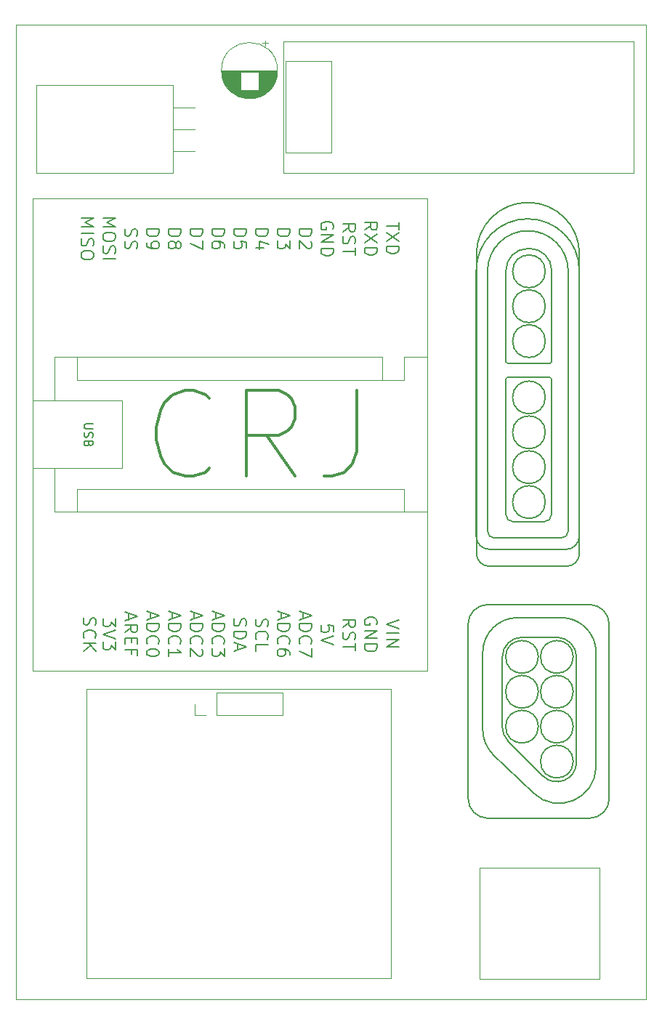
<source format=gbr>
%TF.GenerationSoftware,KiCad,Pcbnew,8.0.2*%
%TF.CreationDate,2024-05-14T18:50:47+02:00*%
%TF.ProjectId,5v radio,35762072-6164-4696-9f2e-6b696361645f,rev?*%
%TF.SameCoordinates,Original*%
%TF.FileFunction,Legend,Top*%
%TF.FilePolarity,Positive*%
%FSLAX46Y46*%
G04 Gerber Fmt 4.6, Leading zero omitted, Abs format (unit mm)*
G04 Created by KiCad (PCBNEW 8.0.2) date 2024-05-14 18:50:47*
%MOMM*%
%LPD*%
G01*
G04 APERTURE LIST*
%ADD10C,0.100000*%
%ADD11C,0.300000*%
%ADD12C,0.150000*%
%ADD13C,0.120000*%
%ADD14C,0.203200*%
%ADD15C,0.127000*%
G04 APERTURE END LIST*
D10*
X98806000Y-27178000D02*
X172212000Y-27178000D01*
X172212000Y-140716000D01*
X98806000Y-140716000D01*
X98806000Y-27178000D01*
D11*
X121322606Y-78834209D02*
X120846415Y-79310400D01*
X120846415Y-79310400D02*
X119417844Y-79786590D01*
X119417844Y-79786590D02*
X118465463Y-79786590D01*
X118465463Y-79786590D02*
X117036891Y-79310400D01*
X117036891Y-79310400D02*
X116084510Y-78358019D01*
X116084510Y-78358019D02*
X115608320Y-77405638D01*
X115608320Y-77405638D02*
X115132129Y-75500876D01*
X115132129Y-75500876D02*
X115132129Y-74072304D01*
X115132129Y-74072304D02*
X115608320Y-72167542D01*
X115608320Y-72167542D02*
X116084510Y-71215161D01*
X116084510Y-71215161D02*
X117036891Y-70262780D01*
X117036891Y-70262780D02*
X118465463Y-69786590D01*
X118465463Y-69786590D02*
X119417844Y-69786590D01*
X119417844Y-69786590D02*
X120846415Y-70262780D01*
X120846415Y-70262780D02*
X121322606Y-70738971D01*
X131322606Y-79786590D02*
X127989272Y-75024685D01*
X125608320Y-79786590D02*
X125608320Y-69786590D01*
X125608320Y-69786590D02*
X129417844Y-69786590D01*
X129417844Y-69786590D02*
X130370225Y-70262780D01*
X130370225Y-70262780D02*
X130846415Y-70738971D01*
X130846415Y-70738971D02*
X131322606Y-71691352D01*
X131322606Y-71691352D02*
X131322606Y-73119923D01*
X131322606Y-73119923D02*
X130846415Y-74072304D01*
X130846415Y-74072304D02*
X130370225Y-74548495D01*
X130370225Y-74548495D02*
X129417844Y-75024685D01*
X129417844Y-75024685D02*
X125608320Y-75024685D01*
X138465463Y-69786590D02*
X138465463Y-76929447D01*
X138465463Y-76929447D02*
X137989272Y-78358019D01*
X137989272Y-78358019D02*
X137036891Y-79310400D01*
X137036891Y-79310400D02*
X135608320Y-79786590D01*
X135608320Y-79786590D02*
X134655939Y-79786590D01*
D12*
X143423371Y-96563112D02*
X141923371Y-97063112D01*
X141923371Y-97063112D02*
X143423371Y-97563112D01*
X141923371Y-98063111D02*
X143423371Y-98063111D01*
X141923371Y-98777397D02*
X143423371Y-98777397D01*
X143423371Y-98777397D02*
X141923371Y-99634540D01*
X141923371Y-99634540D02*
X143423371Y-99634540D01*
X140811942Y-97063112D02*
X140883371Y-96920255D01*
X140883371Y-96920255D02*
X140883371Y-96705969D01*
X140883371Y-96705969D02*
X140811942Y-96491683D01*
X140811942Y-96491683D02*
X140669085Y-96348826D01*
X140669085Y-96348826D02*
X140526228Y-96277397D01*
X140526228Y-96277397D02*
X140240514Y-96205969D01*
X140240514Y-96205969D02*
X140026228Y-96205969D01*
X140026228Y-96205969D02*
X139740514Y-96277397D01*
X139740514Y-96277397D02*
X139597657Y-96348826D01*
X139597657Y-96348826D02*
X139454800Y-96491683D01*
X139454800Y-96491683D02*
X139383371Y-96705969D01*
X139383371Y-96705969D02*
X139383371Y-96848826D01*
X139383371Y-96848826D02*
X139454800Y-97063112D01*
X139454800Y-97063112D02*
X139526228Y-97134540D01*
X139526228Y-97134540D02*
X140026228Y-97134540D01*
X140026228Y-97134540D02*
X140026228Y-96848826D01*
X139383371Y-97777397D02*
X140883371Y-97777397D01*
X140883371Y-97777397D02*
X139383371Y-98634540D01*
X139383371Y-98634540D02*
X140883371Y-98634540D01*
X139383371Y-99348826D02*
X140883371Y-99348826D01*
X140883371Y-99348826D02*
X140883371Y-99705969D01*
X140883371Y-99705969D02*
X140811942Y-99920255D01*
X140811942Y-99920255D02*
X140669085Y-100063112D01*
X140669085Y-100063112D02*
X140526228Y-100134541D01*
X140526228Y-100134541D02*
X140240514Y-100205969D01*
X140240514Y-100205969D02*
X140026228Y-100205969D01*
X140026228Y-100205969D02*
X139740514Y-100134541D01*
X139740514Y-100134541D02*
X139597657Y-100063112D01*
X139597657Y-100063112D02*
X139454800Y-99920255D01*
X139454800Y-99920255D02*
X139383371Y-99705969D01*
X139383371Y-99705969D02*
X139383371Y-99348826D01*
X122031942Y-95634541D02*
X122031942Y-96348827D01*
X121603371Y-95491684D02*
X123103371Y-95991684D01*
X123103371Y-95991684D02*
X121603371Y-96491684D01*
X121603371Y-96991683D02*
X123103371Y-96991683D01*
X123103371Y-96991683D02*
X123103371Y-97348826D01*
X123103371Y-97348826D02*
X123031942Y-97563112D01*
X123031942Y-97563112D02*
X122889085Y-97705969D01*
X122889085Y-97705969D02*
X122746228Y-97777398D01*
X122746228Y-97777398D02*
X122460514Y-97848826D01*
X122460514Y-97848826D02*
X122246228Y-97848826D01*
X122246228Y-97848826D02*
X121960514Y-97777398D01*
X121960514Y-97777398D02*
X121817657Y-97705969D01*
X121817657Y-97705969D02*
X121674800Y-97563112D01*
X121674800Y-97563112D02*
X121603371Y-97348826D01*
X121603371Y-97348826D02*
X121603371Y-96991683D01*
X121746228Y-99348826D02*
X121674800Y-99277398D01*
X121674800Y-99277398D02*
X121603371Y-99063112D01*
X121603371Y-99063112D02*
X121603371Y-98920255D01*
X121603371Y-98920255D02*
X121674800Y-98705969D01*
X121674800Y-98705969D02*
X121817657Y-98563112D01*
X121817657Y-98563112D02*
X121960514Y-98491683D01*
X121960514Y-98491683D02*
X122246228Y-98420255D01*
X122246228Y-98420255D02*
X122460514Y-98420255D01*
X122460514Y-98420255D02*
X122746228Y-98491683D01*
X122746228Y-98491683D02*
X122889085Y-98563112D01*
X122889085Y-98563112D02*
X123031942Y-98705969D01*
X123031942Y-98705969D02*
X123103371Y-98920255D01*
X123103371Y-98920255D02*
X123103371Y-99063112D01*
X123103371Y-99063112D02*
X123031942Y-99277398D01*
X123031942Y-99277398D02*
X122960514Y-99348826D01*
X123103371Y-99848826D02*
X123103371Y-100777398D01*
X123103371Y-100777398D02*
X122531942Y-100277398D01*
X122531942Y-100277398D02*
X122531942Y-100491683D01*
X122531942Y-100491683D02*
X122460514Y-100634541D01*
X122460514Y-100634541D02*
X122389085Y-100705969D01*
X122389085Y-100705969D02*
X122246228Y-100777398D01*
X122246228Y-100777398D02*
X121889085Y-100777398D01*
X121889085Y-100777398D02*
X121746228Y-100705969D01*
X121746228Y-100705969D02*
X121674800Y-100634541D01*
X121674800Y-100634541D02*
X121603371Y-100491683D01*
X121603371Y-100491683D02*
X121603371Y-100063112D01*
X121603371Y-100063112D02*
X121674800Y-99920255D01*
X121674800Y-99920255D02*
X121746228Y-99848826D01*
X129223371Y-51001969D02*
X130723371Y-51001969D01*
X130723371Y-51001969D02*
X130723371Y-51359112D01*
X130723371Y-51359112D02*
X130651942Y-51573398D01*
X130651942Y-51573398D02*
X130509085Y-51716255D01*
X130509085Y-51716255D02*
X130366228Y-51787684D01*
X130366228Y-51787684D02*
X130080514Y-51859112D01*
X130080514Y-51859112D02*
X129866228Y-51859112D01*
X129866228Y-51859112D02*
X129580514Y-51787684D01*
X129580514Y-51787684D02*
X129437657Y-51716255D01*
X129437657Y-51716255D02*
X129294800Y-51573398D01*
X129294800Y-51573398D02*
X129223371Y-51359112D01*
X129223371Y-51359112D02*
X129223371Y-51001969D01*
X130723371Y-52359112D02*
X130723371Y-53287684D01*
X130723371Y-53287684D02*
X130151942Y-52787684D01*
X130151942Y-52787684D02*
X130151942Y-53001969D01*
X130151942Y-53001969D02*
X130080514Y-53144827D01*
X130080514Y-53144827D02*
X130009085Y-53216255D01*
X130009085Y-53216255D02*
X129866228Y-53287684D01*
X129866228Y-53287684D02*
X129509085Y-53287684D01*
X129509085Y-53287684D02*
X129366228Y-53216255D01*
X129366228Y-53216255D02*
X129294800Y-53144827D01*
X129294800Y-53144827D02*
X129223371Y-53001969D01*
X129223371Y-53001969D02*
X129223371Y-52573398D01*
X129223371Y-52573398D02*
X129294800Y-52430541D01*
X129294800Y-52430541D02*
X129366228Y-52359112D01*
X136843371Y-97384540D02*
X137557657Y-96884540D01*
X136843371Y-96527397D02*
X138343371Y-96527397D01*
X138343371Y-96527397D02*
X138343371Y-97098826D01*
X138343371Y-97098826D02*
X138271942Y-97241683D01*
X138271942Y-97241683D02*
X138200514Y-97313112D01*
X138200514Y-97313112D02*
X138057657Y-97384540D01*
X138057657Y-97384540D02*
X137843371Y-97384540D01*
X137843371Y-97384540D02*
X137700514Y-97313112D01*
X137700514Y-97313112D02*
X137629085Y-97241683D01*
X137629085Y-97241683D02*
X137557657Y-97098826D01*
X137557657Y-97098826D02*
X137557657Y-96527397D01*
X136914800Y-97955969D02*
X136843371Y-98170255D01*
X136843371Y-98170255D02*
X136843371Y-98527397D01*
X136843371Y-98527397D02*
X136914800Y-98670255D01*
X136914800Y-98670255D02*
X136986228Y-98741683D01*
X136986228Y-98741683D02*
X137129085Y-98813112D01*
X137129085Y-98813112D02*
X137271942Y-98813112D01*
X137271942Y-98813112D02*
X137414800Y-98741683D01*
X137414800Y-98741683D02*
X137486228Y-98670255D01*
X137486228Y-98670255D02*
X137557657Y-98527397D01*
X137557657Y-98527397D02*
X137629085Y-98241683D01*
X137629085Y-98241683D02*
X137700514Y-98098826D01*
X137700514Y-98098826D02*
X137771942Y-98027397D01*
X137771942Y-98027397D02*
X137914800Y-97955969D01*
X137914800Y-97955969D02*
X138057657Y-97955969D01*
X138057657Y-97955969D02*
X138200514Y-98027397D01*
X138200514Y-98027397D02*
X138271942Y-98098826D01*
X138271942Y-98098826D02*
X138343371Y-98241683D01*
X138343371Y-98241683D02*
X138343371Y-98598826D01*
X138343371Y-98598826D02*
X138271942Y-98813112D01*
X138343371Y-99241683D02*
X138343371Y-100098826D01*
X136843371Y-99670254D02*
X138343371Y-99670254D01*
X114411942Y-95634541D02*
X114411942Y-96348827D01*
X113983371Y-95491684D02*
X115483371Y-95991684D01*
X115483371Y-95991684D02*
X113983371Y-96491684D01*
X113983371Y-96991683D02*
X115483371Y-96991683D01*
X115483371Y-96991683D02*
X115483371Y-97348826D01*
X115483371Y-97348826D02*
X115411942Y-97563112D01*
X115411942Y-97563112D02*
X115269085Y-97705969D01*
X115269085Y-97705969D02*
X115126228Y-97777398D01*
X115126228Y-97777398D02*
X114840514Y-97848826D01*
X114840514Y-97848826D02*
X114626228Y-97848826D01*
X114626228Y-97848826D02*
X114340514Y-97777398D01*
X114340514Y-97777398D02*
X114197657Y-97705969D01*
X114197657Y-97705969D02*
X114054800Y-97563112D01*
X114054800Y-97563112D02*
X113983371Y-97348826D01*
X113983371Y-97348826D02*
X113983371Y-96991683D01*
X114126228Y-99348826D02*
X114054800Y-99277398D01*
X114054800Y-99277398D02*
X113983371Y-99063112D01*
X113983371Y-99063112D02*
X113983371Y-98920255D01*
X113983371Y-98920255D02*
X114054800Y-98705969D01*
X114054800Y-98705969D02*
X114197657Y-98563112D01*
X114197657Y-98563112D02*
X114340514Y-98491683D01*
X114340514Y-98491683D02*
X114626228Y-98420255D01*
X114626228Y-98420255D02*
X114840514Y-98420255D01*
X114840514Y-98420255D02*
X115126228Y-98491683D01*
X115126228Y-98491683D02*
X115269085Y-98563112D01*
X115269085Y-98563112D02*
X115411942Y-98705969D01*
X115411942Y-98705969D02*
X115483371Y-98920255D01*
X115483371Y-98920255D02*
X115483371Y-99063112D01*
X115483371Y-99063112D02*
X115411942Y-99277398D01*
X115411942Y-99277398D02*
X115340514Y-99348826D01*
X115483371Y-100277398D02*
X115483371Y-100420255D01*
X115483371Y-100420255D02*
X115411942Y-100563112D01*
X115411942Y-100563112D02*
X115340514Y-100634541D01*
X115340514Y-100634541D02*
X115197657Y-100705969D01*
X115197657Y-100705969D02*
X114911942Y-100777398D01*
X114911942Y-100777398D02*
X114554800Y-100777398D01*
X114554800Y-100777398D02*
X114269085Y-100705969D01*
X114269085Y-100705969D02*
X114126228Y-100634541D01*
X114126228Y-100634541D02*
X114054800Y-100563112D01*
X114054800Y-100563112D02*
X113983371Y-100420255D01*
X113983371Y-100420255D02*
X113983371Y-100277398D01*
X113983371Y-100277398D02*
X114054800Y-100134541D01*
X114054800Y-100134541D02*
X114126228Y-100063112D01*
X114126228Y-100063112D02*
X114269085Y-99991683D01*
X114269085Y-99991683D02*
X114554800Y-99920255D01*
X114554800Y-99920255D02*
X114911942Y-99920255D01*
X114911942Y-99920255D02*
X115197657Y-99991683D01*
X115197657Y-99991683D02*
X115340514Y-100063112D01*
X115340514Y-100063112D02*
X115411942Y-100134541D01*
X115411942Y-100134541D02*
X115483371Y-100277398D01*
X143423371Y-50216255D02*
X143423371Y-51073398D01*
X141923371Y-50644826D02*
X143423371Y-50644826D01*
X143423371Y-51430540D02*
X141923371Y-52430540D01*
X143423371Y-52430540D02*
X141923371Y-51430540D01*
X141923371Y-53001968D02*
X143423371Y-53001968D01*
X143423371Y-53001968D02*
X143423371Y-53359111D01*
X143423371Y-53359111D02*
X143351942Y-53573397D01*
X143351942Y-53573397D02*
X143209085Y-53716254D01*
X143209085Y-53716254D02*
X143066228Y-53787683D01*
X143066228Y-53787683D02*
X142780514Y-53859111D01*
X142780514Y-53859111D02*
X142566228Y-53859111D01*
X142566228Y-53859111D02*
X142280514Y-53787683D01*
X142280514Y-53787683D02*
X142137657Y-53716254D01*
X142137657Y-53716254D02*
X141994800Y-53573397D01*
X141994800Y-53573397D02*
X141923371Y-53359111D01*
X141923371Y-53359111D02*
X141923371Y-53001968D01*
X106688800Y-96277398D02*
X106617371Y-96491684D01*
X106617371Y-96491684D02*
X106617371Y-96848826D01*
X106617371Y-96848826D02*
X106688800Y-96991684D01*
X106688800Y-96991684D02*
X106760228Y-97063112D01*
X106760228Y-97063112D02*
X106903085Y-97134541D01*
X106903085Y-97134541D02*
X107045942Y-97134541D01*
X107045942Y-97134541D02*
X107188800Y-97063112D01*
X107188800Y-97063112D02*
X107260228Y-96991684D01*
X107260228Y-96991684D02*
X107331657Y-96848826D01*
X107331657Y-96848826D02*
X107403085Y-96563112D01*
X107403085Y-96563112D02*
X107474514Y-96420255D01*
X107474514Y-96420255D02*
X107545942Y-96348826D01*
X107545942Y-96348826D02*
X107688800Y-96277398D01*
X107688800Y-96277398D02*
X107831657Y-96277398D01*
X107831657Y-96277398D02*
X107974514Y-96348826D01*
X107974514Y-96348826D02*
X108045942Y-96420255D01*
X108045942Y-96420255D02*
X108117371Y-96563112D01*
X108117371Y-96563112D02*
X108117371Y-96920255D01*
X108117371Y-96920255D02*
X108045942Y-97134541D01*
X106760228Y-98634540D02*
X106688800Y-98563112D01*
X106688800Y-98563112D02*
X106617371Y-98348826D01*
X106617371Y-98348826D02*
X106617371Y-98205969D01*
X106617371Y-98205969D02*
X106688800Y-97991683D01*
X106688800Y-97991683D02*
X106831657Y-97848826D01*
X106831657Y-97848826D02*
X106974514Y-97777397D01*
X106974514Y-97777397D02*
X107260228Y-97705969D01*
X107260228Y-97705969D02*
X107474514Y-97705969D01*
X107474514Y-97705969D02*
X107760228Y-97777397D01*
X107760228Y-97777397D02*
X107903085Y-97848826D01*
X107903085Y-97848826D02*
X108045942Y-97991683D01*
X108045942Y-97991683D02*
X108117371Y-98205969D01*
X108117371Y-98205969D02*
X108117371Y-98348826D01*
X108117371Y-98348826D02*
X108045942Y-98563112D01*
X108045942Y-98563112D02*
X107974514Y-98634540D01*
X106617371Y-99277397D02*
X108117371Y-99277397D01*
X106617371Y-100134540D02*
X107474514Y-99491683D01*
X108117371Y-100134540D02*
X107260228Y-99277397D01*
X126683371Y-51001969D02*
X128183371Y-51001969D01*
X128183371Y-51001969D02*
X128183371Y-51359112D01*
X128183371Y-51359112D02*
X128111942Y-51573398D01*
X128111942Y-51573398D02*
X127969085Y-51716255D01*
X127969085Y-51716255D02*
X127826228Y-51787684D01*
X127826228Y-51787684D02*
X127540514Y-51859112D01*
X127540514Y-51859112D02*
X127326228Y-51859112D01*
X127326228Y-51859112D02*
X127040514Y-51787684D01*
X127040514Y-51787684D02*
X126897657Y-51716255D01*
X126897657Y-51716255D02*
X126754800Y-51573398D01*
X126754800Y-51573398D02*
X126683371Y-51359112D01*
X126683371Y-51359112D02*
X126683371Y-51001969D01*
X127683371Y-53144827D02*
X126683371Y-53144827D01*
X128254800Y-52787684D02*
X127183371Y-52430541D01*
X127183371Y-52430541D02*
X127183371Y-53359112D01*
X126754800Y-96420255D02*
X126683371Y-96634541D01*
X126683371Y-96634541D02*
X126683371Y-96991683D01*
X126683371Y-96991683D02*
X126754800Y-97134541D01*
X126754800Y-97134541D02*
X126826228Y-97205969D01*
X126826228Y-97205969D02*
X126969085Y-97277398D01*
X126969085Y-97277398D02*
X127111942Y-97277398D01*
X127111942Y-97277398D02*
X127254800Y-97205969D01*
X127254800Y-97205969D02*
X127326228Y-97134541D01*
X127326228Y-97134541D02*
X127397657Y-96991683D01*
X127397657Y-96991683D02*
X127469085Y-96705969D01*
X127469085Y-96705969D02*
X127540514Y-96563112D01*
X127540514Y-96563112D02*
X127611942Y-96491683D01*
X127611942Y-96491683D02*
X127754800Y-96420255D01*
X127754800Y-96420255D02*
X127897657Y-96420255D01*
X127897657Y-96420255D02*
X128040514Y-96491683D01*
X128040514Y-96491683D02*
X128111942Y-96563112D01*
X128111942Y-96563112D02*
X128183371Y-96705969D01*
X128183371Y-96705969D02*
X128183371Y-97063112D01*
X128183371Y-97063112D02*
X128111942Y-97277398D01*
X126826228Y-98777397D02*
X126754800Y-98705969D01*
X126754800Y-98705969D02*
X126683371Y-98491683D01*
X126683371Y-98491683D02*
X126683371Y-98348826D01*
X126683371Y-98348826D02*
X126754800Y-98134540D01*
X126754800Y-98134540D02*
X126897657Y-97991683D01*
X126897657Y-97991683D02*
X127040514Y-97920254D01*
X127040514Y-97920254D02*
X127326228Y-97848826D01*
X127326228Y-97848826D02*
X127540514Y-97848826D01*
X127540514Y-97848826D02*
X127826228Y-97920254D01*
X127826228Y-97920254D02*
X127969085Y-97991683D01*
X127969085Y-97991683D02*
X128111942Y-98134540D01*
X128111942Y-98134540D02*
X128183371Y-98348826D01*
X128183371Y-98348826D02*
X128183371Y-98491683D01*
X128183371Y-98491683D02*
X128111942Y-98705969D01*
X128111942Y-98705969D02*
X128040514Y-98777397D01*
X126683371Y-100134540D02*
X126683371Y-99420254D01*
X126683371Y-99420254D02*
X128183371Y-99420254D01*
X124214800Y-96384541D02*
X124143371Y-96598827D01*
X124143371Y-96598827D02*
X124143371Y-96955969D01*
X124143371Y-96955969D02*
X124214800Y-97098827D01*
X124214800Y-97098827D02*
X124286228Y-97170255D01*
X124286228Y-97170255D02*
X124429085Y-97241684D01*
X124429085Y-97241684D02*
X124571942Y-97241684D01*
X124571942Y-97241684D02*
X124714800Y-97170255D01*
X124714800Y-97170255D02*
X124786228Y-97098827D01*
X124786228Y-97098827D02*
X124857657Y-96955969D01*
X124857657Y-96955969D02*
X124929085Y-96670255D01*
X124929085Y-96670255D02*
X125000514Y-96527398D01*
X125000514Y-96527398D02*
X125071942Y-96455969D01*
X125071942Y-96455969D02*
X125214800Y-96384541D01*
X125214800Y-96384541D02*
X125357657Y-96384541D01*
X125357657Y-96384541D02*
X125500514Y-96455969D01*
X125500514Y-96455969D02*
X125571942Y-96527398D01*
X125571942Y-96527398D02*
X125643371Y-96670255D01*
X125643371Y-96670255D02*
X125643371Y-97027398D01*
X125643371Y-97027398D02*
X125571942Y-97241684D01*
X124143371Y-97884540D02*
X125643371Y-97884540D01*
X125643371Y-97884540D02*
X125643371Y-98241683D01*
X125643371Y-98241683D02*
X125571942Y-98455969D01*
X125571942Y-98455969D02*
X125429085Y-98598826D01*
X125429085Y-98598826D02*
X125286228Y-98670255D01*
X125286228Y-98670255D02*
X125000514Y-98741683D01*
X125000514Y-98741683D02*
X124786228Y-98741683D01*
X124786228Y-98741683D02*
X124500514Y-98670255D01*
X124500514Y-98670255D02*
X124357657Y-98598826D01*
X124357657Y-98598826D02*
X124214800Y-98455969D01*
X124214800Y-98455969D02*
X124143371Y-98241683D01*
X124143371Y-98241683D02*
X124143371Y-97884540D01*
X124571942Y-99313112D02*
X124571942Y-100027398D01*
X124143371Y-99170255D02*
X125643371Y-99670255D01*
X125643371Y-99670255D02*
X124143371Y-100170255D01*
X135803371Y-97920255D02*
X135803371Y-97205969D01*
X135803371Y-97205969D02*
X135089085Y-97134541D01*
X135089085Y-97134541D02*
X135160514Y-97205969D01*
X135160514Y-97205969D02*
X135231942Y-97348827D01*
X135231942Y-97348827D02*
X135231942Y-97705969D01*
X135231942Y-97705969D02*
X135160514Y-97848827D01*
X135160514Y-97848827D02*
X135089085Y-97920255D01*
X135089085Y-97920255D02*
X134946228Y-97991684D01*
X134946228Y-97991684D02*
X134589085Y-97991684D01*
X134589085Y-97991684D02*
X134446228Y-97920255D01*
X134446228Y-97920255D02*
X134374800Y-97848827D01*
X134374800Y-97848827D02*
X134303371Y-97705969D01*
X134303371Y-97705969D02*
X134303371Y-97348827D01*
X134303371Y-97348827D02*
X134374800Y-97205969D01*
X134374800Y-97205969D02*
X134446228Y-97134541D01*
X135803371Y-98420255D02*
X134303371Y-98920255D01*
X134303371Y-98920255D02*
X135803371Y-99420255D01*
X135731942Y-50966255D02*
X135803371Y-50823398D01*
X135803371Y-50823398D02*
X135803371Y-50609112D01*
X135803371Y-50609112D02*
X135731942Y-50394826D01*
X135731942Y-50394826D02*
X135589085Y-50251969D01*
X135589085Y-50251969D02*
X135446228Y-50180540D01*
X135446228Y-50180540D02*
X135160514Y-50109112D01*
X135160514Y-50109112D02*
X134946228Y-50109112D01*
X134946228Y-50109112D02*
X134660514Y-50180540D01*
X134660514Y-50180540D02*
X134517657Y-50251969D01*
X134517657Y-50251969D02*
X134374800Y-50394826D01*
X134374800Y-50394826D02*
X134303371Y-50609112D01*
X134303371Y-50609112D02*
X134303371Y-50751969D01*
X134303371Y-50751969D02*
X134374800Y-50966255D01*
X134374800Y-50966255D02*
X134446228Y-51037683D01*
X134446228Y-51037683D02*
X134946228Y-51037683D01*
X134946228Y-51037683D02*
X134946228Y-50751969D01*
X134303371Y-51680540D02*
X135803371Y-51680540D01*
X135803371Y-51680540D02*
X134303371Y-52537683D01*
X134303371Y-52537683D02*
X135803371Y-52537683D01*
X134303371Y-53251969D02*
X135803371Y-53251969D01*
X135803371Y-53251969D02*
X135803371Y-53609112D01*
X135803371Y-53609112D02*
X135731942Y-53823398D01*
X135731942Y-53823398D02*
X135589085Y-53966255D01*
X135589085Y-53966255D02*
X135446228Y-54037684D01*
X135446228Y-54037684D02*
X135160514Y-54109112D01*
X135160514Y-54109112D02*
X134946228Y-54109112D01*
X134946228Y-54109112D02*
X134660514Y-54037684D01*
X134660514Y-54037684D02*
X134517657Y-53966255D01*
X134517657Y-53966255D02*
X134374800Y-53823398D01*
X134374800Y-53823398D02*
X134303371Y-53609112D01*
X134303371Y-53609112D02*
X134303371Y-53251969D01*
X116523371Y-51001969D02*
X118023371Y-51001969D01*
X118023371Y-51001969D02*
X118023371Y-51359112D01*
X118023371Y-51359112D02*
X117951942Y-51573398D01*
X117951942Y-51573398D02*
X117809085Y-51716255D01*
X117809085Y-51716255D02*
X117666228Y-51787684D01*
X117666228Y-51787684D02*
X117380514Y-51859112D01*
X117380514Y-51859112D02*
X117166228Y-51859112D01*
X117166228Y-51859112D02*
X116880514Y-51787684D01*
X116880514Y-51787684D02*
X116737657Y-51716255D01*
X116737657Y-51716255D02*
X116594800Y-51573398D01*
X116594800Y-51573398D02*
X116523371Y-51359112D01*
X116523371Y-51359112D02*
X116523371Y-51001969D01*
X117380514Y-52716255D02*
X117451942Y-52573398D01*
X117451942Y-52573398D02*
X117523371Y-52501969D01*
X117523371Y-52501969D02*
X117666228Y-52430541D01*
X117666228Y-52430541D02*
X117737657Y-52430541D01*
X117737657Y-52430541D02*
X117880514Y-52501969D01*
X117880514Y-52501969D02*
X117951942Y-52573398D01*
X117951942Y-52573398D02*
X118023371Y-52716255D01*
X118023371Y-52716255D02*
X118023371Y-53001969D01*
X118023371Y-53001969D02*
X117951942Y-53144827D01*
X117951942Y-53144827D02*
X117880514Y-53216255D01*
X117880514Y-53216255D02*
X117737657Y-53287684D01*
X117737657Y-53287684D02*
X117666228Y-53287684D01*
X117666228Y-53287684D02*
X117523371Y-53216255D01*
X117523371Y-53216255D02*
X117451942Y-53144827D01*
X117451942Y-53144827D02*
X117380514Y-53001969D01*
X117380514Y-53001969D02*
X117380514Y-52716255D01*
X117380514Y-52716255D02*
X117309085Y-52573398D01*
X117309085Y-52573398D02*
X117237657Y-52501969D01*
X117237657Y-52501969D02*
X117094800Y-52430541D01*
X117094800Y-52430541D02*
X116809085Y-52430541D01*
X116809085Y-52430541D02*
X116666228Y-52501969D01*
X116666228Y-52501969D02*
X116594800Y-52573398D01*
X116594800Y-52573398D02*
X116523371Y-52716255D01*
X116523371Y-52716255D02*
X116523371Y-53001969D01*
X116523371Y-53001969D02*
X116594800Y-53144827D01*
X116594800Y-53144827D02*
X116666228Y-53216255D01*
X116666228Y-53216255D02*
X116809085Y-53287684D01*
X116809085Y-53287684D02*
X117094800Y-53287684D01*
X117094800Y-53287684D02*
X117237657Y-53216255D01*
X117237657Y-53216255D02*
X117309085Y-53144827D01*
X117309085Y-53144827D02*
X117380514Y-53001969D01*
X110403371Y-96348826D02*
X110403371Y-97277398D01*
X110403371Y-97277398D02*
X109831942Y-96777398D01*
X109831942Y-96777398D02*
X109831942Y-96991683D01*
X109831942Y-96991683D02*
X109760514Y-97134541D01*
X109760514Y-97134541D02*
X109689085Y-97205969D01*
X109689085Y-97205969D02*
X109546228Y-97277398D01*
X109546228Y-97277398D02*
X109189085Y-97277398D01*
X109189085Y-97277398D02*
X109046228Y-97205969D01*
X109046228Y-97205969D02*
X108974800Y-97134541D01*
X108974800Y-97134541D02*
X108903371Y-96991683D01*
X108903371Y-96991683D02*
X108903371Y-96563112D01*
X108903371Y-96563112D02*
X108974800Y-96420255D01*
X108974800Y-96420255D02*
X109046228Y-96348826D01*
X110403371Y-97705969D02*
X108903371Y-98205969D01*
X108903371Y-98205969D02*
X110403371Y-98705969D01*
X110403371Y-99063111D02*
X110403371Y-99991683D01*
X110403371Y-99991683D02*
X109831942Y-99491683D01*
X109831942Y-99491683D02*
X109831942Y-99705968D01*
X109831942Y-99705968D02*
X109760514Y-99848826D01*
X109760514Y-99848826D02*
X109689085Y-99920254D01*
X109689085Y-99920254D02*
X109546228Y-99991683D01*
X109546228Y-99991683D02*
X109189085Y-99991683D01*
X109189085Y-99991683D02*
X109046228Y-99920254D01*
X109046228Y-99920254D02*
X108974800Y-99848826D01*
X108974800Y-99848826D02*
X108903371Y-99705968D01*
X108903371Y-99705968D02*
X108903371Y-99277397D01*
X108903371Y-99277397D02*
X108974800Y-99134540D01*
X108974800Y-99134540D02*
X109046228Y-99063111D01*
X129651942Y-95634541D02*
X129651942Y-96348827D01*
X129223371Y-95491684D02*
X130723371Y-95991684D01*
X130723371Y-95991684D02*
X129223371Y-96491684D01*
X129223371Y-96991683D02*
X130723371Y-96991683D01*
X130723371Y-96991683D02*
X130723371Y-97348826D01*
X130723371Y-97348826D02*
X130651942Y-97563112D01*
X130651942Y-97563112D02*
X130509085Y-97705969D01*
X130509085Y-97705969D02*
X130366228Y-97777398D01*
X130366228Y-97777398D02*
X130080514Y-97848826D01*
X130080514Y-97848826D02*
X129866228Y-97848826D01*
X129866228Y-97848826D02*
X129580514Y-97777398D01*
X129580514Y-97777398D02*
X129437657Y-97705969D01*
X129437657Y-97705969D02*
X129294800Y-97563112D01*
X129294800Y-97563112D02*
X129223371Y-97348826D01*
X129223371Y-97348826D02*
X129223371Y-96991683D01*
X129366228Y-99348826D02*
X129294800Y-99277398D01*
X129294800Y-99277398D02*
X129223371Y-99063112D01*
X129223371Y-99063112D02*
X129223371Y-98920255D01*
X129223371Y-98920255D02*
X129294800Y-98705969D01*
X129294800Y-98705969D02*
X129437657Y-98563112D01*
X129437657Y-98563112D02*
X129580514Y-98491683D01*
X129580514Y-98491683D02*
X129866228Y-98420255D01*
X129866228Y-98420255D02*
X130080514Y-98420255D01*
X130080514Y-98420255D02*
X130366228Y-98491683D01*
X130366228Y-98491683D02*
X130509085Y-98563112D01*
X130509085Y-98563112D02*
X130651942Y-98705969D01*
X130651942Y-98705969D02*
X130723371Y-98920255D01*
X130723371Y-98920255D02*
X130723371Y-99063112D01*
X130723371Y-99063112D02*
X130651942Y-99277398D01*
X130651942Y-99277398D02*
X130580514Y-99348826D01*
X130723371Y-100634541D02*
X130723371Y-100348826D01*
X130723371Y-100348826D02*
X130651942Y-100205969D01*
X130651942Y-100205969D02*
X130580514Y-100134541D01*
X130580514Y-100134541D02*
X130366228Y-99991683D01*
X130366228Y-99991683D02*
X130080514Y-99920255D01*
X130080514Y-99920255D02*
X129509085Y-99920255D01*
X129509085Y-99920255D02*
X129366228Y-99991683D01*
X129366228Y-99991683D02*
X129294800Y-100063112D01*
X129294800Y-100063112D02*
X129223371Y-100205969D01*
X129223371Y-100205969D02*
X129223371Y-100491683D01*
X129223371Y-100491683D02*
X129294800Y-100634541D01*
X129294800Y-100634541D02*
X129366228Y-100705969D01*
X129366228Y-100705969D02*
X129509085Y-100777398D01*
X129509085Y-100777398D02*
X129866228Y-100777398D01*
X129866228Y-100777398D02*
X130009085Y-100705969D01*
X130009085Y-100705969D02*
X130080514Y-100634541D01*
X130080514Y-100634541D02*
X130151942Y-100491683D01*
X130151942Y-100491683D02*
X130151942Y-100205969D01*
X130151942Y-100205969D02*
X130080514Y-100063112D01*
X130080514Y-100063112D02*
X130009085Y-99991683D01*
X130009085Y-99991683D02*
X129866228Y-99920255D01*
X121603371Y-51001969D02*
X123103371Y-51001969D01*
X123103371Y-51001969D02*
X123103371Y-51359112D01*
X123103371Y-51359112D02*
X123031942Y-51573398D01*
X123031942Y-51573398D02*
X122889085Y-51716255D01*
X122889085Y-51716255D02*
X122746228Y-51787684D01*
X122746228Y-51787684D02*
X122460514Y-51859112D01*
X122460514Y-51859112D02*
X122246228Y-51859112D01*
X122246228Y-51859112D02*
X121960514Y-51787684D01*
X121960514Y-51787684D02*
X121817657Y-51716255D01*
X121817657Y-51716255D02*
X121674800Y-51573398D01*
X121674800Y-51573398D02*
X121603371Y-51359112D01*
X121603371Y-51359112D02*
X121603371Y-51001969D01*
X123103371Y-53144827D02*
X123103371Y-52859112D01*
X123103371Y-52859112D02*
X123031942Y-52716255D01*
X123031942Y-52716255D02*
X122960514Y-52644827D01*
X122960514Y-52644827D02*
X122746228Y-52501969D01*
X122746228Y-52501969D02*
X122460514Y-52430541D01*
X122460514Y-52430541D02*
X121889085Y-52430541D01*
X121889085Y-52430541D02*
X121746228Y-52501969D01*
X121746228Y-52501969D02*
X121674800Y-52573398D01*
X121674800Y-52573398D02*
X121603371Y-52716255D01*
X121603371Y-52716255D02*
X121603371Y-53001969D01*
X121603371Y-53001969D02*
X121674800Y-53144827D01*
X121674800Y-53144827D02*
X121746228Y-53216255D01*
X121746228Y-53216255D02*
X121889085Y-53287684D01*
X121889085Y-53287684D02*
X122246228Y-53287684D01*
X122246228Y-53287684D02*
X122389085Y-53216255D01*
X122389085Y-53216255D02*
X122460514Y-53144827D01*
X122460514Y-53144827D02*
X122531942Y-53001969D01*
X122531942Y-53001969D02*
X122531942Y-52716255D01*
X122531942Y-52716255D02*
X122460514Y-52573398D01*
X122460514Y-52573398D02*
X122389085Y-52501969D01*
X122389085Y-52501969D02*
X122246228Y-52430541D01*
X107733180Y-73668095D02*
X106923657Y-73668095D01*
X106923657Y-73668095D02*
X106828419Y-73715714D01*
X106828419Y-73715714D02*
X106780800Y-73763333D01*
X106780800Y-73763333D02*
X106733180Y-73858571D01*
X106733180Y-73858571D02*
X106733180Y-74049047D01*
X106733180Y-74049047D02*
X106780800Y-74144285D01*
X106780800Y-74144285D02*
X106828419Y-74191904D01*
X106828419Y-74191904D02*
X106923657Y-74239523D01*
X106923657Y-74239523D02*
X107733180Y-74239523D01*
X106780800Y-74668095D02*
X106733180Y-74810952D01*
X106733180Y-74810952D02*
X106733180Y-75049047D01*
X106733180Y-75049047D02*
X106780800Y-75144285D01*
X106780800Y-75144285D02*
X106828419Y-75191904D01*
X106828419Y-75191904D02*
X106923657Y-75239523D01*
X106923657Y-75239523D02*
X107018895Y-75239523D01*
X107018895Y-75239523D02*
X107114133Y-75191904D01*
X107114133Y-75191904D02*
X107161752Y-75144285D01*
X107161752Y-75144285D02*
X107209371Y-75049047D01*
X107209371Y-75049047D02*
X107256990Y-74858571D01*
X107256990Y-74858571D02*
X107304609Y-74763333D01*
X107304609Y-74763333D02*
X107352228Y-74715714D01*
X107352228Y-74715714D02*
X107447466Y-74668095D01*
X107447466Y-74668095D02*
X107542704Y-74668095D01*
X107542704Y-74668095D02*
X107637942Y-74715714D01*
X107637942Y-74715714D02*
X107685561Y-74763333D01*
X107685561Y-74763333D02*
X107733180Y-74858571D01*
X107733180Y-74858571D02*
X107733180Y-75096666D01*
X107733180Y-75096666D02*
X107685561Y-75239523D01*
X107256990Y-76001428D02*
X107209371Y-76144285D01*
X107209371Y-76144285D02*
X107161752Y-76191904D01*
X107161752Y-76191904D02*
X107066514Y-76239523D01*
X107066514Y-76239523D02*
X106923657Y-76239523D01*
X106923657Y-76239523D02*
X106828419Y-76191904D01*
X106828419Y-76191904D02*
X106780800Y-76144285D01*
X106780800Y-76144285D02*
X106733180Y-76049047D01*
X106733180Y-76049047D02*
X106733180Y-75668095D01*
X106733180Y-75668095D02*
X107733180Y-75668095D01*
X107733180Y-75668095D02*
X107733180Y-76001428D01*
X107733180Y-76001428D02*
X107685561Y-76096666D01*
X107685561Y-76096666D02*
X107637942Y-76144285D01*
X107637942Y-76144285D02*
X107542704Y-76191904D01*
X107542704Y-76191904D02*
X107447466Y-76191904D01*
X107447466Y-76191904D02*
X107352228Y-76144285D01*
X107352228Y-76144285D02*
X107304609Y-76096666D01*
X107304609Y-76096666D02*
X107256990Y-76001428D01*
X107256990Y-76001428D02*
X107256990Y-75668095D01*
X108903371Y-49751968D02*
X110403371Y-49751968D01*
X110403371Y-49751968D02*
X109331942Y-50251968D01*
X109331942Y-50251968D02*
X110403371Y-50751968D01*
X110403371Y-50751968D02*
X108903371Y-50751968D01*
X110403371Y-51751969D02*
X110403371Y-52037683D01*
X110403371Y-52037683D02*
X110331942Y-52180540D01*
X110331942Y-52180540D02*
X110189085Y-52323397D01*
X110189085Y-52323397D02*
X109903371Y-52394826D01*
X109903371Y-52394826D02*
X109403371Y-52394826D01*
X109403371Y-52394826D02*
X109117657Y-52323397D01*
X109117657Y-52323397D02*
X108974800Y-52180540D01*
X108974800Y-52180540D02*
X108903371Y-52037683D01*
X108903371Y-52037683D02*
X108903371Y-51751969D01*
X108903371Y-51751969D02*
X108974800Y-51609112D01*
X108974800Y-51609112D02*
X109117657Y-51466254D01*
X109117657Y-51466254D02*
X109403371Y-51394826D01*
X109403371Y-51394826D02*
X109903371Y-51394826D01*
X109903371Y-51394826D02*
X110189085Y-51466254D01*
X110189085Y-51466254D02*
X110331942Y-51609112D01*
X110331942Y-51609112D02*
X110403371Y-51751969D01*
X108974800Y-52966255D02*
X108903371Y-53180541D01*
X108903371Y-53180541D02*
X108903371Y-53537683D01*
X108903371Y-53537683D02*
X108974800Y-53680541D01*
X108974800Y-53680541D02*
X109046228Y-53751969D01*
X109046228Y-53751969D02*
X109189085Y-53823398D01*
X109189085Y-53823398D02*
X109331942Y-53823398D01*
X109331942Y-53823398D02*
X109474800Y-53751969D01*
X109474800Y-53751969D02*
X109546228Y-53680541D01*
X109546228Y-53680541D02*
X109617657Y-53537683D01*
X109617657Y-53537683D02*
X109689085Y-53251969D01*
X109689085Y-53251969D02*
X109760514Y-53109112D01*
X109760514Y-53109112D02*
X109831942Y-53037683D01*
X109831942Y-53037683D02*
X109974800Y-52966255D01*
X109974800Y-52966255D02*
X110117657Y-52966255D01*
X110117657Y-52966255D02*
X110260514Y-53037683D01*
X110260514Y-53037683D02*
X110331942Y-53109112D01*
X110331942Y-53109112D02*
X110403371Y-53251969D01*
X110403371Y-53251969D02*
X110403371Y-53609112D01*
X110403371Y-53609112D02*
X110331942Y-53823398D01*
X108903371Y-54466254D02*
X110403371Y-54466254D01*
X106363371Y-49751968D02*
X107863371Y-49751968D01*
X107863371Y-49751968D02*
X106791942Y-50251968D01*
X106791942Y-50251968D02*
X107863371Y-50751968D01*
X107863371Y-50751968D02*
X106363371Y-50751968D01*
X106363371Y-51466254D02*
X107863371Y-51466254D01*
X106434800Y-52109112D02*
X106363371Y-52323398D01*
X106363371Y-52323398D02*
X106363371Y-52680540D01*
X106363371Y-52680540D02*
X106434800Y-52823398D01*
X106434800Y-52823398D02*
X106506228Y-52894826D01*
X106506228Y-52894826D02*
X106649085Y-52966255D01*
X106649085Y-52966255D02*
X106791942Y-52966255D01*
X106791942Y-52966255D02*
X106934800Y-52894826D01*
X106934800Y-52894826D02*
X107006228Y-52823398D01*
X107006228Y-52823398D02*
X107077657Y-52680540D01*
X107077657Y-52680540D02*
X107149085Y-52394826D01*
X107149085Y-52394826D02*
X107220514Y-52251969D01*
X107220514Y-52251969D02*
X107291942Y-52180540D01*
X107291942Y-52180540D02*
X107434800Y-52109112D01*
X107434800Y-52109112D02*
X107577657Y-52109112D01*
X107577657Y-52109112D02*
X107720514Y-52180540D01*
X107720514Y-52180540D02*
X107791942Y-52251969D01*
X107791942Y-52251969D02*
X107863371Y-52394826D01*
X107863371Y-52394826D02*
X107863371Y-52751969D01*
X107863371Y-52751969D02*
X107791942Y-52966255D01*
X107863371Y-53894826D02*
X107863371Y-54180540D01*
X107863371Y-54180540D02*
X107791942Y-54323397D01*
X107791942Y-54323397D02*
X107649085Y-54466254D01*
X107649085Y-54466254D02*
X107363371Y-54537683D01*
X107363371Y-54537683D02*
X106863371Y-54537683D01*
X106863371Y-54537683D02*
X106577657Y-54466254D01*
X106577657Y-54466254D02*
X106434800Y-54323397D01*
X106434800Y-54323397D02*
X106363371Y-54180540D01*
X106363371Y-54180540D02*
X106363371Y-53894826D01*
X106363371Y-53894826D02*
X106434800Y-53751969D01*
X106434800Y-53751969D02*
X106577657Y-53609111D01*
X106577657Y-53609111D02*
X106863371Y-53537683D01*
X106863371Y-53537683D02*
X107363371Y-53537683D01*
X107363371Y-53537683D02*
X107649085Y-53609111D01*
X107649085Y-53609111D02*
X107791942Y-53751969D01*
X107791942Y-53751969D02*
X107863371Y-53894826D01*
X131763371Y-51001969D02*
X133263371Y-51001969D01*
X133263371Y-51001969D02*
X133263371Y-51359112D01*
X133263371Y-51359112D02*
X133191942Y-51573398D01*
X133191942Y-51573398D02*
X133049085Y-51716255D01*
X133049085Y-51716255D02*
X132906228Y-51787684D01*
X132906228Y-51787684D02*
X132620514Y-51859112D01*
X132620514Y-51859112D02*
X132406228Y-51859112D01*
X132406228Y-51859112D02*
X132120514Y-51787684D01*
X132120514Y-51787684D02*
X131977657Y-51716255D01*
X131977657Y-51716255D02*
X131834800Y-51573398D01*
X131834800Y-51573398D02*
X131763371Y-51359112D01*
X131763371Y-51359112D02*
X131763371Y-51001969D01*
X133120514Y-52430541D02*
X133191942Y-52501969D01*
X133191942Y-52501969D02*
X133263371Y-52644827D01*
X133263371Y-52644827D02*
X133263371Y-53001969D01*
X133263371Y-53001969D02*
X133191942Y-53144827D01*
X133191942Y-53144827D02*
X133120514Y-53216255D01*
X133120514Y-53216255D02*
X132977657Y-53287684D01*
X132977657Y-53287684D02*
X132834800Y-53287684D01*
X132834800Y-53287684D02*
X132620514Y-53216255D01*
X132620514Y-53216255D02*
X131763371Y-52359112D01*
X131763371Y-52359112D02*
X131763371Y-53287684D01*
X119491942Y-95634541D02*
X119491942Y-96348827D01*
X119063371Y-95491684D02*
X120563371Y-95991684D01*
X120563371Y-95991684D02*
X119063371Y-96491684D01*
X119063371Y-96991683D02*
X120563371Y-96991683D01*
X120563371Y-96991683D02*
X120563371Y-97348826D01*
X120563371Y-97348826D02*
X120491942Y-97563112D01*
X120491942Y-97563112D02*
X120349085Y-97705969D01*
X120349085Y-97705969D02*
X120206228Y-97777398D01*
X120206228Y-97777398D02*
X119920514Y-97848826D01*
X119920514Y-97848826D02*
X119706228Y-97848826D01*
X119706228Y-97848826D02*
X119420514Y-97777398D01*
X119420514Y-97777398D02*
X119277657Y-97705969D01*
X119277657Y-97705969D02*
X119134800Y-97563112D01*
X119134800Y-97563112D02*
X119063371Y-97348826D01*
X119063371Y-97348826D02*
X119063371Y-96991683D01*
X119206228Y-99348826D02*
X119134800Y-99277398D01*
X119134800Y-99277398D02*
X119063371Y-99063112D01*
X119063371Y-99063112D02*
X119063371Y-98920255D01*
X119063371Y-98920255D02*
X119134800Y-98705969D01*
X119134800Y-98705969D02*
X119277657Y-98563112D01*
X119277657Y-98563112D02*
X119420514Y-98491683D01*
X119420514Y-98491683D02*
X119706228Y-98420255D01*
X119706228Y-98420255D02*
X119920514Y-98420255D01*
X119920514Y-98420255D02*
X120206228Y-98491683D01*
X120206228Y-98491683D02*
X120349085Y-98563112D01*
X120349085Y-98563112D02*
X120491942Y-98705969D01*
X120491942Y-98705969D02*
X120563371Y-98920255D01*
X120563371Y-98920255D02*
X120563371Y-99063112D01*
X120563371Y-99063112D02*
X120491942Y-99277398D01*
X120491942Y-99277398D02*
X120420514Y-99348826D01*
X120420514Y-99920255D02*
X120491942Y-99991683D01*
X120491942Y-99991683D02*
X120563371Y-100134541D01*
X120563371Y-100134541D02*
X120563371Y-100491683D01*
X120563371Y-100491683D02*
X120491942Y-100634541D01*
X120491942Y-100634541D02*
X120420514Y-100705969D01*
X120420514Y-100705969D02*
X120277657Y-100777398D01*
X120277657Y-100777398D02*
X120134800Y-100777398D01*
X120134800Y-100777398D02*
X119920514Y-100705969D01*
X119920514Y-100705969D02*
X119063371Y-99848826D01*
X119063371Y-99848826D02*
X119063371Y-100777398D01*
X116951942Y-95634541D02*
X116951942Y-96348827D01*
X116523371Y-95491684D02*
X118023371Y-95991684D01*
X118023371Y-95991684D02*
X116523371Y-96491684D01*
X116523371Y-96991683D02*
X118023371Y-96991683D01*
X118023371Y-96991683D02*
X118023371Y-97348826D01*
X118023371Y-97348826D02*
X117951942Y-97563112D01*
X117951942Y-97563112D02*
X117809085Y-97705969D01*
X117809085Y-97705969D02*
X117666228Y-97777398D01*
X117666228Y-97777398D02*
X117380514Y-97848826D01*
X117380514Y-97848826D02*
X117166228Y-97848826D01*
X117166228Y-97848826D02*
X116880514Y-97777398D01*
X116880514Y-97777398D02*
X116737657Y-97705969D01*
X116737657Y-97705969D02*
X116594800Y-97563112D01*
X116594800Y-97563112D02*
X116523371Y-97348826D01*
X116523371Y-97348826D02*
X116523371Y-96991683D01*
X116666228Y-99348826D02*
X116594800Y-99277398D01*
X116594800Y-99277398D02*
X116523371Y-99063112D01*
X116523371Y-99063112D02*
X116523371Y-98920255D01*
X116523371Y-98920255D02*
X116594800Y-98705969D01*
X116594800Y-98705969D02*
X116737657Y-98563112D01*
X116737657Y-98563112D02*
X116880514Y-98491683D01*
X116880514Y-98491683D02*
X117166228Y-98420255D01*
X117166228Y-98420255D02*
X117380514Y-98420255D01*
X117380514Y-98420255D02*
X117666228Y-98491683D01*
X117666228Y-98491683D02*
X117809085Y-98563112D01*
X117809085Y-98563112D02*
X117951942Y-98705969D01*
X117951942Y-98705969D02*
X118023371Y-98920255D01*
X118023371Y-98920255D02*
X118023371Y-99063112D01*
X118023371Y-99063112D02*
X117951942Y-99277398D01*
X117951942Y-99277398D02*
X117880514Y-99348826D01*
X116523371Y-100777398D02*
X116523371Y-99920255D01*
X116523371Y-100348826D02*
X118023371Y-100348826D01*
X118023371Y-100348826D02*
X117809085Y-100205969D01*
X117809085Y-100205969D02*
X117666228Y-100063112D01*
X117666228Y-100063112D02*
X117594800Y-99920255D01*
X132191942Y-95634541D02*
X132191942Y-96348827D01*
X131763371Y-95491684D02*
X133263371Y-95991684D01*
X133263371Y-95991684D02*
X131763371Y-96491684D01*
X131763371Y-96991683D02*
X133263371Y-96991683D01*
X133263371Y-96991683D02*
X133263371Y-97348826D01*
X133263371Y-97348826D02*
X133191942Y-97563112D01*
X133191942Y-97563112D02*
X133049085Y-97705969D01*
X133049085Y-97705969D02*
X132906228Y-97777398D01*
X132906228Y-97777398D02*
X132620514Y-97848826D01*
X132620514Y-97848826D02*
X132406228Y-97848826D01*
X132406228Y-97848826D02*
X132120514Y-97777398D01*
X132120514Y-97777398D02*
X131977657Y-97705969D01*
X131977657Y-97705969D02*
X131834800Y-97563112D01*
X131834800Y-97563112D02*
X131763371Y-97348826D01*
X131763371Y-97348826D02*
X131763371Y-96991683D01*
X131906228Y-99348826D02*
X131834800Y-99277398D01*
X131834800Y-99277398D02*
X131763371Y-99063112D01*
X131763371Y-99063112D02*
X131763371Y-98920255D01*
X131763371Y-98920255D02*
X131834800Y-98705969D01*
X131834800Y-98705969D02*
X131977657Y-98563112D01*
X131977657Y-98563112D02*
X132120514Y-98491683D01*
X132120514Y-98491683D02*
X132406228Y-98420255D01*
X132406228Y-98420255D02*
X132620514Y-98420255D01*
X132620514Y-98420255D02*
X132906228Y-98491683D01*
X132906228Y-98491683D02*
X133049085Y-98563112D01*
X133049085Y-98563112D02*
X133191942Y-98705969D01*
X133191942Y-98705969D02*
X133263371Y-98920255D01*
X133263371Y-98920255D02*
X133263371Y-99063112D01*
X133263371Y-99063112D02*
X133191942Y-99277398D01*
X133191942Y-99277398D02*
X133120514Y-99348826D01*
X133263371Y-99848826D02*
X133263371Y-100848826D01*
X133263371Y-100848826D02*
X131763371Y-100205969D01*
X119063371Y-51001969D02*
X120563371Y-51001969D01*
X120563371Y-51001969D02*
X120563371Y-51359112D01*
X120563371Y-51359112D02*
X120491942Y-51573398D01*
X120491942Y-51573398D02*
X120349085Y-51716255D01*
X120349085Y-51716255D02*
X120206228Y-51787684D01*
X120206228Y-51787684D02*
X119920514Y-51859112D01*
X119920514Y-51859112D02*
X119706228Y-51859112D01*
X119706228Y-51859112D02*
X119420514Y-51787684D01*
X119420514Y-51787684D02*
X119277657Y-51716255D01*
X119277657Y-51716255D02*
X119134800Y-51573398D01*
X119134800Y-51573398D02*
X119063371Y-51359112D01*
X119063371Y-51359112D02*
X119063371Y-51001969D01*
X120563371Y-52359112D02*
X120563371Y-53359112D01*
X120563371Y-53359112D02*
X119063371Y-52716255D01*
X113983371Y-51001969D02*
X115483371Y-51001969D01*
X115483371Y-51001969D02*
X115483371Y-51359112D01*
X115483371Y-51359112D02*
X115411942Y-51573398D01*
X115411942Y-51573398D02*
X115269085Y-51716255D01*
X115269085Y-51716255D02*
X115126228Y-51787684D01*
X115126228Y-51787684D02*
X114840514Y-51859112D01*
X114840514Y-51859112D02*
X114626228Y-51859112D01*
X114626228Y-51859112D02*
X114340514Y-51787684D01*
X114340514Y-51787684D02*
X114197657Y-51716255D01*
X114197657Y-51716255D02*
X114054800Y-51573398D01*
X114054800Y-51573398D02*
X113983371Y-51359112D01*
X113983371Y-51359112D02*
X113983371Y-51001969D01*
X113983371Y-52573398D02*
X113983371Y-52859112D01*
X113983371Y-52859112D02*
X114054800Y-53001969D01*
X114054800Y-53001969D02*
X114126228Y-53073398D01*
X114126228Y-53073398D02*
X114340514Y-53216255D01*
X114340514Y-53216255D02*
X114626228Y-53287684D01*
X114626228Y-53287684D02*
X115197657Y-53287684D01*
X115197657Y-53287684D02*
X115340514Y-53216255D01*
X115340514Y-53216255D02*
X115411942Y-53144827D01*
X115411942Y-53144827D02*
X115483371Y-53001969D01*
X115483371Y-53001969D02*
X115483371Y-52716255D01*
X115483371Y-52716255D02*
X115411942Y-52573398D01*
X115411942Y-52573398D02*
X115340514Y-52501969D01*
X115340514Y-52501969D02*
X115197657Y-52430541D01*
X115197657Y-52430541D02*
X114840514Y-52430541D01*
X114840514Y-52430541D02*
X114697657Y-52501969D01*
X114697657Y-52501969D02*
X114626228Y-52573398D01*
X114626228Y-52573398D02*
X114554800Y-52716255D01*
X114554800Y-52716255D02*
X114554800Y-53001969D01*
X114554800Y-53001969D02*
X114626228Y-53144827D01*
X114626228Y-53144827D02*
X114697657Y-53216255D01*
X114697657Y-53216255D02*
X114840514Y-53287684D01*
X111871942Y-95777398D02*
X111871942Y-96491684D01*
X111443371Y-95634541D02*
X112943371Y-96134541D01*
X112943371Y-96134541D02*
X111443371Y-96634541D01*
X111443371Y-97991683D02*
X112157657Y-97491683D01*
X111443371Y-97134540D02*
X112943371Y-97134540D01*
X112943371Y-97134540D02*
X112943371Y-97705969D01*
X112943371Y-97705969D02*
X112871942Y-97848826D01*
X112871942Y-97848826D02*
X112800514Y-97920255D01*
X112800514Y-97920255D02*
X112657657Y-97991683D01*
X112657657Y-97991683D02*
X112443371Y-97991683D01*
X112443371Y-97991683D02*
X112300514Y-97920255D01*
X112300514Y-97920255D02*
X112229085Y-97848826D01*
X112229085Y-97848826D02*
X112157657Y-97705969D01*
X112157657Y-97705969D02*
X112157657Y-97134540D01*
X112229085Y-98634540D02*
X112229085Y-99134540D01*
X111443371Y-99348826D02*
X111443371Y-98634540D01*
X111443371Y-98634540D02*
X112943371Y-98634540D01*
X112943371Y-98634540D02*
X112943371Y-99348826D01*
X112229085Y-100491683D02*
X112229085Y-99991683D01*
X111443371Y-99991683D02*
X112943371Y-99991683D01*
X112943371Y-99991683D02*
X112943371Y-100705969D01*
X136843371Y-51287683D02*
X137557657Y-50787683D01*
X136843371Y-50430540D02*
X138343371Y-50430540D01*
X138343371Y-50430540D02*
X138343371Y-51001969D01*
X138343371Y-51001969D02*
X138271942Y-51144826D01*
X138271942Y-51144826D02*
X138200514Y-51216255D01*
X138200514Y-51216255D02*
X138057657Y-51287683D01*
X138057657Y-51287683D02*
X137843371Y-51287683D01*
X137843371Y-51287683D02*
X137700514Y-51216255D01*
X137700514Y-51216255D02*
X137629085Y-51144826D01*
X137629085Y-51144826D02*
X137557657Y-51001969D01*
X137557657Y-51001969D02*
X137557657Y-50430540D01*
X136914800Y-51859112D02*
X136843371Y-52073398D01*
X136843371Y-52073398D02*
X136843371Y-52430540D01*
X136843371Y-52430540D02*
X136914800Y-52573398D01*
X136914800Y-52573398D02*
X136986228Y-52644826D01*
X136986228Y-52644826D02*
X137129085Y-52716255D01*
X137129085Y-52716255D02*
X137271942Y-52716255D01*
X137271942Y-52716255D02*
X137414800Y-52644826D01*
X137414800Y-52644826D02*
X137486228Y-52573398D01*
X137486228Y-52573398D02*
X137557657Y-52430540D01*
X137557657Y-52430540D02*
X137629085Y-52144826D01*
X137629085Y-52144826D02*
X137700514Y-52001969D01*
X137700514Y-52001969D02*
X137771942Y-51930540D01*
X137771942Y-51930540D02*
X137914800Y-51859112D01*
X137914800Y-51859112D02*
X138057657Y-51859112D01*
X138057657Y-51859112D02*
X138200514Y-51930540D01*
X138200514Y-51930540D02*
X138271942Y-52001969D01*
X138271942Y-52001969D02*
X138343371Y-52144826D01*
X138343371Y-52144826D02*
X138343371Y-52501969D01*
X138343371Y-52501969D02*
X138271942Y-52716255D01*
X138343371Y-53144826D02*
X138343371Y-54001969D01*
X136843371Y-53573397D02*
X138343371Y-53573397D01*
X111514800Y-50966255D02*
X111443371Y-51180541D01*
X111443371Y-51180541D02*
X111443371Y-51537683D01*
X111443371Y-51537683D02*
X111514800Y-51680541D01*
X111514800Y-51680541D02*
X111586228Y-51751969D01*
X111586228Y-51751969D02*
X111729085Y-51823398D01*
X111729085Y-51823398D02*
X111871942Y-51823398D01*
X111871942Y-51823398D02*
X112014800Y-51751969D01*
X112014800Y-51751969D02*
X112086228Y-51680541D01*
X112086228Y-51680541D02*
X112157657Y-51537683D01*
X112157657Y-51537683D02*
X112229085Y-51251969D01*
X112229085Y-51251969D02*
X112300514Y-51109112D01*
X112300514Y-51109112D02*
X112371942Y-51037683D01*
X112371942Y-51037683D02*
X112514800Y-50966255D01*
X112514800Y-50966255D02*
X112657657Y-50966255D01*
X112657657Y-50966255D02*
X112800514Y-51037683D01*
X112800514Y-51037683D02*
X112871942Y-51109112D01*
X112871942Y-51109112D02*
X112943371Y-51251969D01*
X112943371Y-51251969D02*
X112943371Y-51609112D01*
X112943371Y-51609112D02*
X112871942Y-51823398D01*
X111514800Y-52394826D02*
X111443371Y-52609112D01*
X111443371Y-52609112D02*
X111443371Y-52966254D01*
X111443371Y-52966254D02*
X111514800Y-53109112D01*
X111514800Y-53109112D02*
X111586228Y-53180540D01*
X111586228Y-53180540D02*
X111729085Y-53251969D01*
X111729085Y-53251969D02*
X111871942Y-53251969D01*
X111871942Y-53251969D02*
X112014800Y-53180540D01*
X112014800Y-53180540D02*
X112086228Y-53109112D01*
X112086228Y-53109112D02*
X112157657Y-52966254D01*
X112157657Y-52966254D02*
X112229085Y-52680540D01*
X112229085Y-52680540D02*
X112300514Y-52537683D01*
X112300514Y-52537683D02*
X112371942Y-52466254D01*
X112371942Y-52466254D02*
X112514800Y-52394826D01*
X112514800Y-52394826D02*
X112657657Y-52394826D01*
X112657657Y-52394826D02*
X112800514Y-52466254D01*
X112800514Y-52466254D02*
X112871942Y-52537683D01*
X112871942Y-52537683D02*
X112943371Y-52680540D01*
X112943371Y-52680540D02*
X112943371Y-53037683D01*
X112943371Y-53037683D02*
X112871942Y-53251969D01*
X139383371Y-51109112D02*
X140097657Y-50609112D01*
X139383371Y-50251969D02*
X140883371Y-50251969D01*
X140883371Y-50251969D02*
X140883371Y-50823398D01*
X140883371Y-50823398D02*
X140811942Y-50966255D01*
X140811942Y-50966255D02*
X140740514Y-51037684D01*
X140740514Y-51037684D02*
X140597657Y-51109112D01*
X140597657Y-51109112D02*
X140383371Y-51109112D01*
X140383371Y-51109112D02*
X140240514Y-51037684D01*
X140240514Y-51037684D02*
X140169085Y-50966255D01*
X140169085Y-50966255D02*
X140097657Y-50823398D01*
X140097657Y-50823398D02*
X140097657Y-50251969D01*
X140883371Y-51609112D02*
X139383371Y-52609112D01*
X140883371Y-52609112D02*
X139383371Y-51609112D01*
X139383371Y-53180540D02*
X140883371Y-53180540D01*
X140883371Y-53180540D02*
X140883371Y-53537683D01*
X140883371Y-53537683D02*
X140811942Y-53751969D01*
X140811942Y-53751969D02*
X140669085Y-53894826D01*
X140669085Y-53894826D02*
X140526228Y-53966255D01*
X140526228Y-53966255D02*
X140240514Y-54037683D01*
X140240514Y-54037683D02*
X140026228Y-54037683D01*
X140026228Y-54037683D02*
X139740514Y-53966255D01*
X139740514Y-53966255D02*
X139597657Y-53894826D01*
X139597657Y-53894826D02*
X139454800Y-53751969D01*
X139454800Y-53751969D02*
X139383371Y-53537683D01*
X139383371Y-53537683D02*
X139383371Y-53180540D01*
X124143371Y-51001969D02*
X125643371Y-51001969D01*
X125643371Y-51001969D02*
X125643371Y-51359112D01*
X125643371Y-51359112D02*
X125571942Y-51573398D01*
X125571942Y-51573398D02*
X125429085Y-51716255D01*
X125429085Y-51716255D02*
X125286228Y-51787684D01*
X125286228Y-51787684D02*
X125000514Y-51859112D01*
X125000514Y-51859112D02*
X124786228Y-51859112D01*
X124786228Y-51859112D02*
X124500514Y-51787684D01*
X124500514Y-51787684D02*
X124357657Y-51716255D01*
X124357657Y-51716255D02*
X124214800Y-51573398D01*
X124214800Y-51573398D02*
X124143371Y-51359112D01*
X124143371Y-51359112D02*
X124143371Y-51001969D01*
X125643371Y-53216255D02*
X125643371Y-52501969D01*
X125643371Y-52501969D02*
X124929085Y-52430541D01*
X124929085Y-52430541D02*
X125000514Y-52501969D01*
X125000514Y-52501969D02*
X125071942Y-52644827D01*
X125071942Y-52644827D02*
X125071942Y-53001969D01*
X125071942Y-53001969D02*
X125000514Y-53144827D01*
X125000514Y-53144827D02*
X124929085Y-53216255D01*
X124929085Y-53216255D02*
X124786228Y-53287684D01*
X124786228Y-53287684D02*
X124429085Y-53287684D01*
X124429085Y-53287684D02*
X124286228Y-53216255D01*
X124286228Y-53216255D02*
X124214800Y-53144827D01*
X124214800Y-53144827D02*
X124143371Y-53001969D01*
X124143371Y-53001969D02*
X124143371Y-52644827D01*
X124143371Y-52644827D02*
X124214800Y-52501969D01*
X124214800Y-52501969D02*
X124286228Y-52430541D01*
D13*
%TO.C,Oled_screen1*%
X119584000Y-107644000D02*
X119584000Y-106314000D01*
X120914000Y-107644000D02*
X119584000Y-107644000D01*
X122184000Y-104984000D02*
X129864000Y-104984000D01*
X122184000Y-107644000D02*
X122184000Y-104984000D01*
X122184000Y-107644000D02*
X129864000Y-107644000D01*
X129864000Y-107644000D02*
X129864000Y-104984000D01*
D10*
X106964000Y-104614000D02*
X142464000Y-104614000D01*
X142464000Y-138314000D01*
X106964000Y-138314000D01*
X106964000Y-104614000D01*
D14*
%TO.C,Nes1*%
X151460200Y-117348000D02*
X151460200Y-97028000D01*
D15*
X153162000Y-109314637D02*
X153162000Y-100330000D01*
D14*
X153746200Y-94742000D02*
X165608000Y-94742000D01*
D15*
X155448000Y-100838000D02*
X155448000Y-109035106D01*
X157226000Y-96266000D02*
X162306000Y-96266000D01*
X159065337Y-116702112D02*
X154352319Y-112188318D01*
X160181553Y-114715553D02*
X156117554Y-110651553D01*
X161798000Y-98552000D02*
X157734000Y-98552000D01*
D14*
X162839400Y-119634000D02*
X153746200Y-119634000D01*
D15*
X164084000Y-100838000D02*
X164084000Y-113099106D01*
D14*
X165608000Y-119634000D02*
X162839400Y-119634000D01*
D15*
X166370000Y-100330000D02*
X166370000Y-113583625D01*
D14*
X167894000Y-97028000D02*
X167894000Y-117348000D01*
X151460200Y-97028000D02*
G75*
G02*
X153746200Y-94742000I2286000J0D01*
G01*
D15*
X153162000Y-100330000D02*
G75*
G02*
X157226002Y-96266000I4064002J-2D01*
G01*
D14*
X153746200Y-119634000D02*
G75*
G02*
X151460200Y-117348000I0J2286000D01*
G01*
D15*
X154352319Y-112188318D02*
G75*
G02*
X153161997Y-109314637I2873731J2873708D01*
G01*
X155448000Y-100838000D02*
G75*
G02*
X157734000Y-98552000I2286000J0D01*
G01*
X156117554Y-110651553D02*
G75*
G02*
X155448001Y-109035106I1616416J1616433D01*
G01*
X161798000Y-98552000D02*
G75*
G02*
X164084000Y-100838000I0J-2286000D01*
G01*
X162306000Y-96266000D02*
G75*
G02*
X166370001Y-100330001I1J-4064000D01*
G01*
X164084000Y-113099106D02*
G75*
G02*
X160181556Y-114715549I-2286000J6D01*
G01*
D14*
X165608000Y-94742000D02*
G75*
G02*
X167894000Y-97028000I0J-2286000D01*
G01*
D15*
X166370000Y-113583625D02*
G75*
G02*
X159065338Y-116702109I-4318000J5D01*
G01*
D14*
X167894000Y-117348000D02*
G75*
G02*
X165608000Y-119634000I-2286000J0D01*
G01*
X159639000Y-100838000D02*
G75*
G02*
X155829000Y-100838000I-1905000J0D01*
G01*
X155829000Y-100838000D02*
G75*
G02*
X159639000Y-100838000I1905000J0D01*
G01*
X159639000Y-104902000D02*
G75*
G02*
X155829000Y-104902000I-1905000J0D01*
G01*
X155829000Y-104902000D02*
G75*
G02*
X159639000Y-104902000I1905000J0D01*
G01*
X159639000Y-108966000D02*
G75*
G02*
X155829000Y-108966000I-1905000J0D01*
G01*
X155829000Y-108966000D02*
G75*
G02*
X159639000Y-108966000I1905000J0D01*
G01*
X163703000Y-100838000D02*
G75*
G02*
X159893000Y-100838000I-1905000J0D01*
G01*
X159893000Y-100838000D02*
G75*
G02*
X163703000Y-100838000I1905000J0D01*
G01*
X163703000Y-104902000D02*
G75*
G02*
X159893000Y-104902000I-1905000J0D01*
G01*
X159893000Y-104902000D02*
G75*
G02*
X163703000Y-104902000I1905000J0D01*
G01*
X163703000Y-108966000D02*
G75*
G02*
X159893000Y-108966000I-1905000J0D01*
G01*
X159893000Y-108966000D02*
G75*
G02*
X163703000Y-108966000I1905000J0D01*
G01*
X163703000Y-113030000D02*
G75*
G02*
X159893000Y-113030000I-1905000J0D01*
G01*
X159893000Y-113030000D02*
G75*
G02*
X163703000Y-113030000I1905000J0D01*
G01*
D13*
%TO.C,A1*%
X100708000Y-70990000D02*
X111128000Y-70990000D01*
X100708000Y-78870000D02*
X100708000Y-70990000D01*
X103248000Y-65910000D02*
X103248000Y-70990000D01*
X103248000Y-83950000D02*
X103248000Y-78870000D01*
X103248000Y-83950000D02*
X146688000Y-83950000D01*
X105918000Y-68580000D02*
X105918000Y-65910000D01*
X105918000Y-81280000D02*
X105918000Y-83950000D01*
X111128000Y-70990000D02*
X111128000Y-78870000D01*
X111128000Y-78870000D02*
X100708000Y-78870000D01*
X141478000Y-65910000D02*
X103248000Y-65910000D01*
X141478000Y-68580000D02*
X105918000Y-68580000D01*
X141478000Y-68580000D02*
X141478000Y-65910000D01*
X141478000Y-68580000D02*
X144018000Y-68580000D01*
X144018000Y-68580000D02*
X144018000Y-65910000D01*
X144018000Y-81280000D02*
X105918000Y-81280000D01*
X144018000Y-81280000D02*
X144018000Y-83950000D01*
X146688000Y-65910000D02*
X144018000Y-65910000D01*
X146688000Y-83950000D02*
X146688000Y-65910000D01*
D10*
X146688000Y-47430000D02*
X100688000Y-47430000D01*
X100688000Y-102430000D01*
X146688000Y-102430000D01*
X146688000Y-47430000D01*
D13*
%TO.C,C1*%
X124944000Y-32772000D02*
X122762000Y-32772000D01*
X124944000Y-32812000D02*
X122766000Y-32812000D01*
X124944000Y-32852000D02*
X122769000Y-32852000D01*
X124944000Y-32892000D02*
X122773000Y-32892000D01*
X124944000Y-32932000D02*
X122778000Y-32932000D01*
X124944000Y-32972000D02*
X122783000Y-32972000D01*
X124944000Y-33012000D02*
X122789000Y-33012000D01*
X124944000Y-33052000D02*
X122795000Y-33052000D01*
X124944000Y-33092000D02*
X122802000Y-33092000D01*
X124944000Y-33132000D02*
X122809000Y-33132000D01*
X124944000Y-33172000D02*
X122817000Y-33172000D01*
X124944000Y-33212000D02*
X122825000Y-33212000D01*
X124944000Y-33253000D02*
X122834000Y-33253000D01*
X124944000Y-33293000D02*
X122843000Y-33293000D01*
X124944000Y-33333000D02*
X122853000Y-33333000D01*
X124944000Y-33373000D02*
X122863000Y-33373000D01*
X124944000Y-33413000D02*
X122874000Y-33413000D01*
X124944000Y-33453000D02*
X122886000Y-33453000D01*
X124944000Y-33493000D02*
X122898000Y-33493000D01*
X124944000Y-33533000D02*
X122910000Y-33533000D01*
X124944000Y-33573000D02*
X122923000Y-33573000D01*
X124944000Y-33613000D02*
X122937000Y-33613000D01*
X124944000Y-33653000D02*
X122951000Y-33653000D01*
X124944000Y-33693000D02*
X122966000Y-33693000D01*
X124944000Y-33733000D02*
X122982000Y-33733000D01*
X124944000Y-33773000D02*
X122998000Y-33773000D01*
X124944000Y-33813000D02*
X123014000Y-33813000D01*
X124944000Y-33853000D02*
X123032000Y-33853000D01*
X124944000Y-33893000D02*
X123050000Y-33893000D01*
X124944000Y-33933000D02*
X123068000Y-33933000D01*
X124944000Y-33973000D02*
X123088000Y-33973000D01*
X124944000Y-34013000D02*
X123108000Y-34013000D01*
X124944000Y-34053000D02*
X123128000Y-34053000D01*
X124944000Y-34093000D02*
X123150000Y-34093000D01*
X124944000Y-34133000D02*
X123172000Y-34133000D01*
X124944000Y-34173000D02*
X123194000Y-34173000D01*
X124944000Y-34213000D02*
X123218000Y-34213000D01*
X124944000Y-34253000D02*
X123242000Y-34253000D01*
X124944000Y-34293000D02*
X123268000Y-34293000D01*
X124944000Y-34333000D02*
X123294000Y-34333000D01*
X124944000Y-34373000D02*
X123320000Y-34373000D01*
X124944000Y-34413000D02*
X123348000Y-34413000D01*
X124944000Y-34453000D02*
X123377000Y-34453000D01*
X124944000Y-34493000D02*
X123406000Y-34493000D01*
X124944000Y-34533000D02*
X123436000Y-34533000D01*
X124944000Y-34573000D02*
X123468000Y-34573000D01*
X124944000Y-34613000D02*
X123500000Y-34613000D01*
X124944000Y-34653000D02*
X123534000Y-34653000D01*
X124944000Y-34693000D02*
X123568000Y-34693000D01*
X124944000Y-34733000D02*
X123604000Y-34733000D01*
X124944000Y-34773000D02*
X123641000Y-34773000D01*
X124944000Y-34813000D02*
X123679000Y-34813000D01*
X126386000Y-35773000D02*
X125582000Y-35773000D01*
X126617000Y-35733000D02*
X125351000Y-35733000D01*
X126786000Y-35693000D02*
X125182000Y-35693000D01*
X126924000Y-35653000D02*
X125044000Y-35653000D01*
X127043000Y-35613000D02*
X124925000Y-35613000D01*
X127149000Y-35573000D02*
X124819000Y-35573000D01*
X127246000Y-35533000D02*
X124722000Y-35533000D01*
X127334000Y-35493000D02*
X124634000Y-35493000D01*
X127416000Y-35453000D02*
X124552000Y-35453000D01*
X127493000Y-35413000D02*
X124475000Y-35413000D01*
X127565000Y-35373000D02*
X124403000Y-35373000D01*
X127634000Y-35333000D02*
X124334000Y-35333000D01*
X127698000Y-35293000D02*
X124270000Y-35293000D01*
X127760000Y-35253000D02*
X124208000Y-35253000D01*
X127818000Y-35213000D02*
X124150000Y-35213000D01*
X127823000Y-29031759D02*
X127823000Y-29661759D01*
X127874000Y-35173000D02*
X124094000Y-35173000D01*
X127928000Y-35133000D02*
X124040000Y-35133000D01*
X127979000Y-35093000D02*
X123989000Y-35093000D01*
X128028000Y-35053000D02*
X123940000Y-35053000D01*
X128076000Y-35013000D02*
X123892000Y-35013000D01*
X128121000Y-34973000D02*
X123847000Y-34973000D01*
X128138000Y-29346759D02*
X127508000Y-29346759D01*
X128166000Y-34933000D02*
X123802000Y-34933000D01*
X128208000Y-34893000D02*
X123760000Y-34893000D01*
X128249000Y-34853000D02*
X123719000Y-34853000D01*
X128289000Y-34813000D02*
X127024000Y-34813000D01*
X128327000Y-34773000D02*
X127024000Y-34773000D01*
X128364000Y-34733000D02*
X127024000Y-34733000D01*
X128400000Y-34693000D02*
X127024000Y-34693000D01*
X128434000Y-34653000D02*
X127024000Y-34653000D01*
X128468000Y-34613000D02*
X127024000Y-34613000D01*
X128500000Y-34573000D02*
X127024000Y-34573000D01*
X128532000Y-34533000D02*
X127024000Y-34533000D01*
X128562000Y-34493000D02*
X127024000Y-34493000D01*
X128591000Y-34453000D02*
X127024000Y-34453000D01*
X128620000Y-34413000D02*
X127024000Y-34413000D01*
X128648000Y-34373000D02*
X127024000Y-34373000D01*
X128674000Y-34333000D02*
X127024000Y-34333000D01*
X128700000Y-34293000D02*
X127024000Y-34293000D01*
X128726000Y-34253000D02*
X127024000Y-34253000D01*
X128750000Y-34213000D02*
X127024000Y-34213000D01*
X128774000Y-34173000D02*
X127024000Y-34173000D01*
X128796000Y-34133000D02*
X127024000Y-34133000D01*
X128818000Y-34093000D02*
X127024000Y-34093000D01*
X128840000Y-34053000D02*
X127024000Y-34053000D01*
X128860000Y-34013000D02*
X127024000Y-34013000D01*
X128880000Y-33973000D02*
X127024000Y-33973000D01*
X128900000Y-33933000D02*
X127024000Y-33933000D01*
X128918000Y-33893000D02*
X127024000Y-33893000D01*
X128936000Y-33853000D02*
X127024000Y-33853000D01*
X128954000Y-33813000D02*
X127024000Y-33813000D01*
X128970000Y-33773000D02*
X127024000Y-33773000D01*
X128986000Y-33733000D02*
X127024000Y-33733000D01*
X129002000Y-33693000D02*
X127024000Y-33693000D01*
X129017000Y-33653000D02*
X127024000Y-33653000D01*
X129031000Y-33613000D02*
X127024000Y-33613000D01*
X129045000Y-33573000D02*
X127024000Y-33573000D01*
X129058000Y-33533000D02*
X127024000Y-33533000D01*
X129070000Y-33493000D02*
X127024000Y-33493000D01*
X129082000Y-33453000D02*
X127024000Y-33453000D01*
X129094000Y-33413000D02*
X127024000Y-33413000D01*
X129105000Y-33373000D02*
X127024000Y-33373000D01*
X129115000Y-33333000D02*
X127024000Y-33333000D01*
X129125000Y-33293000D02*
X127024000Y-33293000D01*
X129134000Y-33253000D02*
X127024000Y-33253000D01*
X129143000Y-33212000D02*
X127024000Y-33212000D01*
X129151000Y-33172000D02*
X127024000Y-33172000D01*
X129159000Y-33132000D02*
X127024000Y-33132000D01*
X129166000Y-33092000D02*
X127024000Y-33092000D01*
X129173000Y-33052000D02*
X127024000Y-33052000D01*
X129179000Y-33012000D02*
X127024000Y-33012000D01*
X129185000Y-32972000D02*
X127024000Y-32972000D01*
X129190000Y-32932000D02*
X127024000Y-32932000D01*
X129195000Y-32892000D02*
X127024000Y-32892000D01*
X129199000Y-32852000D02*
X127024000Y-32852000D01*
X129202000Y-32812000D02*
X127024000Y-32812000D01*
X129206000Y-32772000D02*
X127024000Y-32772000D01*
X129208000Y-32732000D02*
X122760000Y-32732000D01*
X129211000Y-32692000D02*
X122757000Y-32692000D01*
X129212000Y-32652000D02*
X122756000Y-32652000D01*
X129214000Y-32532000D02*
X122754000Y-32532000D01*
X129214000Y-32572000D02*
X122754000Y-32572000D01*
X129214000Y-32612000D02*
X122754000Y-32612000D01*
X129254000Y-32532000D02*
G75*
G02*
X122714000Y-32532000I-3270000J0D01*
G01*
X122714000Y-32532000D02*
G75*
G02*
X129254000Y-32532000I3270000J0D01*
G01*
D15*
%TO.C,Snes1*%
X152408600Y-86780000D02*
X152408600Y-55804000D01*
X152428600Y-88770000D02*
X152428600Y-53894000D01*
X153718600Y-86194000D02*
X153718600Y-55894000D01*
X153932600Y-88304000D02*
X162884600Y-88304000D01*
X154518600Y-86994000D02*
X162318600Y-86994000D01*
X155863600Y-84280000D02*
X155863600Y-68480000D01*
X155883600Y-66471000D02*
X155883600Y-55771000D01*
X158683600Y-53271000D02*
X158383600Y-53271000D01*
X160363600Y-85080000D02*
X156663600Y-85080000D01*
X160963600Y-68280000D02*
X156063600Y-68280000D01*
X160983600Y-66671000D02*
X156083600Y-66671000D01*
X161163600Y-84280000D02*
X161163600Y-68480000D01*
X161183600Y-66471000D02*
X161183600Y-55771000D01*
X162904600Y-90294000D02*
X153952600Y-90294000D01*
X163118600Y-86194000D02*
X163118600Y-55894000D01*
X164408600Y-86780000D02*
X164408600Y-55804000D01*
X164428600Y-53894000D02*
X164428600Y-88770000D01*
X152408600Y-55804000D02*
G75*
G02*
X158408600Y-49804000I6000000J0D01*
G01*
X152428600Y-53894000D02*
G75*
G02*
X158428601Y-47894000I6000000J0D01*
G01*
X153718600Y-55894000D02*
G75*
G02*
X158418600Y-51194000I4700000J0D01*
G01*
X153932600Y-88304000D02*
G75*
G02*
X152408600Y-86780000I-1J1523999D01*
G01*
X153952600Y-90294000D02*
G75*
G02*
X152428600Y-88770000I-1J1523999D01*
G01*
X154518600Y-86994000D02*
G75*
G02*
X153718600Y-86194000I1J800001D01*
G01*
X155863600Y-68480000D02*
G75*
G02*
X156063600Y-68280000I200000J0D01*
G01*
X155883600Y-55771000D02*
G75*
G02*
X158383600Y-53271000I2500000J0D01*
G01*
X156083600Y-66671000D02*
G75*
G02*
X155883600Y-66471000I0J200000D01*
G01*
X156663600Y-85080000D02*
G75*
G02*
X155863600Y-84280000I1J800001D01*
G01*
X158408600Y-49804000D02*
G75*
G02*
X164408600Y-55804000I0J-6000000D01*
G01*
X158418600Y-51194000D02*
G75*
G02*
X163118600Y-55894000I0J-4700000D01*
G01*
X158428600Y-47894000D02*
G75*
G02*
X164428600Y-53894000I0J-6000000D01*
G01*
X158683600Y-53271000D02*
G75*
G02*
X161183600Y-55771000I0J-2500000D01*
G01*
X160963600Y-68280000D02*
G75*
G02*
X161163600Y-68480000I0J-200000D01*
G01*
X161163600Y-84280000D02*
G75*
G02*
X160363600Y-85080000I-800001J1D01*
G01*
X161183600Y-66471000D02*
G75*
G02*
X160983600Y-66671000I-200000J0D01*
G01*
X163118600Y-86194000D02*
G75*
G02*
X162318600Y-86994000I-800001J1D01*
G01*
X164408599Y-86779999D02*
G75*
G02*
X162884600Y-88304000I-1524001J0D01*
G01*
X164428600Y-88770000D02*
G75*
G02*
X162904599Y-90294001I-1524003J2D01*
G01*
D14*
X160449600Y-55920000D02*
G75*
G02*
X156639600Y-55920000I-1905000J0D01*
G01*
X156639600Y-55920000D02*
G75*
G02*
X160449600Y-55920000I1905000J0D01*
G01*
X160449600Y-59984000D02*
G75*
G02*
X156639600Y-59984000I-1905000J0D01*
G01*
X156639600Y-59984000D02*
G75*
G02*
X160449600Y-59984000I1905000J0D01*
G01*
X160449600Y-64048000D02*
G75*
G02*
X156639600Y-64048000I-1905000J0D01*
G01*
X156639600Y-64048000D02*
G75*
G02*
X160449600Y-64048000I1905000J0D01*
G01*
X160449600Y-70612000D02*
G75*
G02*
X156639600Y-70612000I-1905000J0D01*
G01*
X156639600Y-70612000D02*
G75*
G02*
X160449600Y-70612000I1905000J0D01*
G01*
X160449600Y-74676000D02*
G75*
G02*
X156639600Y-74676000I-1905000J0D01*
G01*
X156639600Y-74676000D02*
G75*
G02*
X160449600Y-74676000I1905000J0D01*
G01*
X160449600Y-78740000D02*
G75*
G02*
X156639600Y-78740000I-1905000J0D01*
G01*
X156639600Y-78740000D02*
G75*
G02*
X160449600Y-78740000I1905000J0D01*
G01*
X160449600Y-82804000D02*
G75*
G02*
X156639600Y-82804000I-1905000J0D01*
G01*
X156639600Y-82804000D02*
G75*
G02*
X160449600Y-82804000I1905000J0D01*
G01*
D13*
%TO.C,NRF24*%
X130175000Y-31466000D02*
X130175000Y-31466000D01*
X130175000Y-31466000D02*
X135509000Y-31466000D01*
X130175000Y-42134000D02*
X130175000Y-31466000D01*
X130175000Y-42134000D02*
X130175000Y-42134000D01*
X135509000Y-31466000D02*
X135509000Y-42134000D01*
X135509000Y-42134000D02*
X130175000Y-42134000D01*
D10*
X129921000Y-29180000D02*
X170721000Y-29180000D01*
X170721000Y-44480000D01*
X129921000Y-44480000D01*
X129921000Y-29180000D01*
D13*
%TO.C,3v3_regulator1*%
X101156000Y-34250000D02*
X117046000Y-34250000D01*
X101156000Y-44490000D02*
X101156000Y-34250000D01*
X101156000Y-44490000D02*
X117046000Y-44490000D01*
X117046000Y-36830000D02*
X119586000Y-36830000D01*
X117046000Y-39370000D02*
X119586000Y-39370000D01*
X117046000Y-41910000D02*
X119586000Y-41910000D01*
X117046000Y-44490000D02*
X117046000Y-34250000D01*
%TO.C,ps/2_connector1*%
D10*
X152766600Y-125436000D02*
X166766600Y-125436000D01*
X166766600Y-138336000D01*
X152766600Y-138336000D01*
X152766600Y-125436000D01*
%TD*%
M02*

</source>
